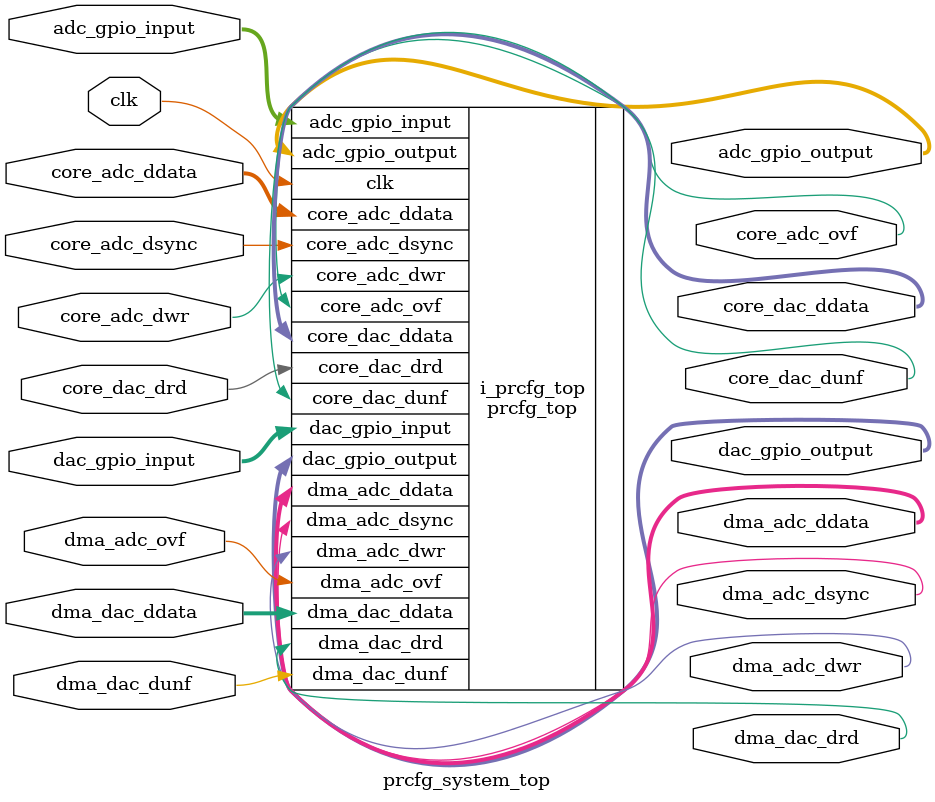
<source format=v>


`timescale 1ns/1ns

module prcfg_system_top (
  clk,

  // gpio
  adc_gpio_input,
  adc_gpio_output,
  dac_gpio_input,
  dac_gpio_output,

  // TX side
  dma_dac_drd,
  dma_dac_dunf,
  dma_dac_ddata,

  core_dac_drd,
  core_dac_dunf,
  core_dac_ddata,

  // RX side
  core_adc_dwr,
  core_adc_dsync,
  core_adc_ddata,
  core_adc_ovf,

  dma_adc_dwr,
  dma_adc_dsync,
  dma_adc_ddata,
  dma_adc_ovf
);

  input                             clk;

  input   [31:0]                    adc_gpio_input;
  output  [31:0]                    adc_gpio_output;
  input   [31:0]                    dac_gpio_input;
  output  [31:0]                    dac_gpio_output;

  output                            dma_dac_drd;
  input                             dma_dac_dunf;
  input   [63:0]                    dma_dac_ddata;

  input                             core_dac_drd;
  output                            core_dac_dunf;
  output  [63:0]                    core_dac_ddata;

  input                             core_adc_dwr;
  input                             core_adc_dsync;
  input   [63:0]                    core_adc_ddata;
  output                            core_adc_ovf;

  output                            dma_adc_dwr;
  output                            dma_adc_dsync;
  output  [63:0]                    dma_adc_ddata;
  input                             dma_adc_ovf;


  localparam NUM_CHANNEL  = 2;
  localparam ENABLE       = 1;
  localparam DISABLE      = 0;

  // setup values for PR fmcomms2
  // number of channels : 2
  // ADC                : enabled
  // DAC                : enabled

  prcfg_top #(
    .NUM_CHANNEL(NUM_CHANNEL),
    .ADC_EN(ENABLE),
    .DAC_EN(ENABLE)
  )i_prcfg_top (
    .clk(clk),
    .adc_gpio_input(adc_gpio_input),
    .adc_gpio_output(adc_gpio_output),
    .dac_gpio_input(dac_gpio_input),
    .dac_gpio_output(dac_gpio_output),
    .dma_dac_drd(dma_dac_drd),
    .dma_dac_dunf(dma_dac_dunf),
    .dma_dac_ddata(dma_dac_ddata),
    .core_dac_drd(core_dac_drd),
    .core_dac_dunf(core_dac_dunf),
    .core_dac_ddata(core_dac_ddata),
    .core_adc_dwr(core_adc_dwr),
    .core_adc_dsync(core_adc_dsync),
    .core_adc_ddata(core_adc_ddata),
    .core_adc_ovf(core_adc_ovf),
    .dma_adc_dwr(dma_adc_dwr),
    .dma_adc_dsync(dma_adc_dsync),
    .dma_adc_ddata(dma_adc_ddata),
    .dma_adc_ovf(dma_adc_ovf)
);

endmodule

</source>
